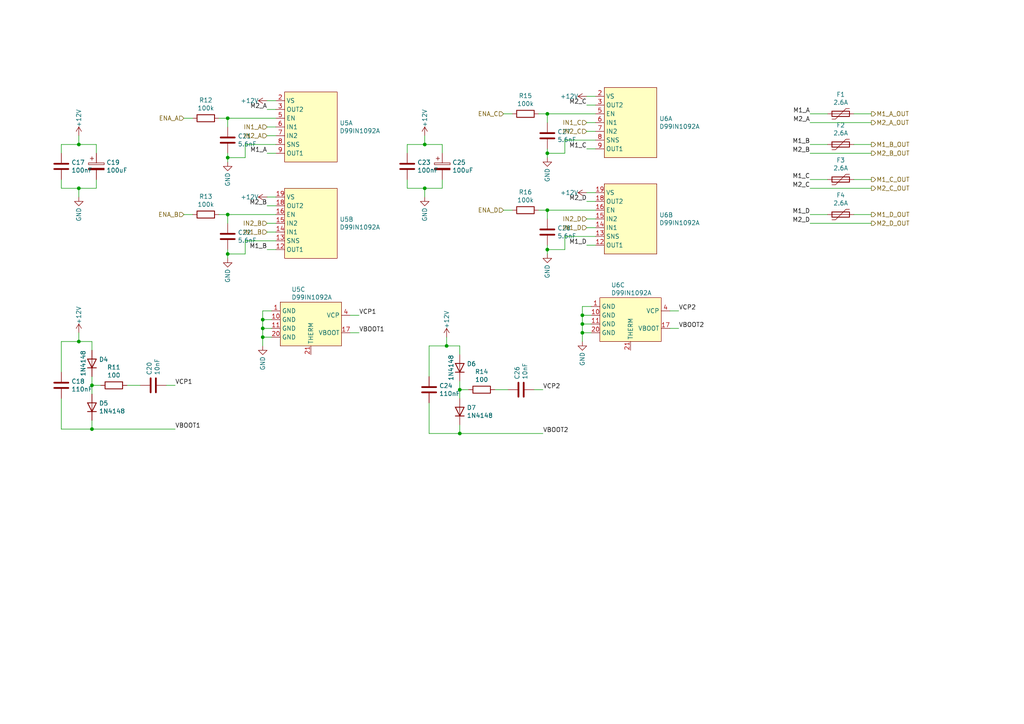
<source format=kicad_sch>
(kicad_sch (version 20200618) (host eeschema "5.99.0-unknown-19b7755~101~ubuntu20.04.1")
  (page 1 5)
  (paper "A4")
  (title_block (title "BOTTOMFEEDER") (date "2020-05-02") (rev "A") (company "UCF EECS Senior Design; Spring/Summer 2020") (comment 1 "Tyler Rose") (comment 2 "Sarah Reim") (comment 3 "T Davis") (comment 4 "John Cope"))
  (lib_symbols
    (symbol "Device:C" (pin_numbers hide) (pin_names (offset 0.254))
      (property "Reference" "C" (at 0.635 2.54 0))
      (property "Value" "C" (at 0.635 -2.54 0))
      (symbol "C_0_1"
        (polyline (pts (xy -2.032 -0.762) (xy 2.032 -0.762)) (stroke (width 0.508)))
        (polyline (pts (xy -2.032 0.762) (xy 2.032 0.762)) (stroke (width 0.508)))
      )
      (symbol "C_1_1"
        (pin passive line (at 0 3.81 270) (length 2.794) (name "~") (number "1"))
        (pin passive line (at 0 -3.81 90) (length 2.794) (name "~") (number "2"))
      )
    )
    (symbol "Device:CP" (pin_numbers hide) (pin_names (offset 0.254))
      (property "Reference" "C" (at 0.635 2.54 0))
      (property "Value" "CP" (at 0.635 -2.54 0))
      (symbol "CP_0_1"
        (rectangle (start -2.286 0.508) (end 2.286 1.016))
        (rectangle (start 2.286 -0.508) (end -2.286 -1.016) (fill (type outline)))
        (polyline (pts (xy -1.778 2.286) (xy -0.762 2.286)))
        (polyline (pts (xy -1.27 2.794) (xy -1.27 1.778)))
      )
      (symbol "CP_1_1"
        (pin passive line (at 0 3.81 270) (length 2.794) (name "~") (number "1"))
        (pin passive line (at 0 -3.81 90) (length 2.794) (name "~") (number "2"))
      )
    )
    (symbol "Device:D" (pin_numbers hide) (pin_names hide)
      (property "Reference" "D" (at 0 2.54 0))
      (property "Value" "D" (at 0 -2.54 0))
      (symbol "D_0_1"
        (polyline (pts (xy -1.27 1.27) (xy -1.27 -1.27)) (stroke (width 0.254)))
        (polyline (pts (xy 1.27 0) (xy -1.27 0)))
        (polyline (pts (xy 1.27 1.27) (xy 1.27 -1.27) (xy -1.27 0) (xy 1.27 1.27)) (stroke (width 0.254)))
      )
      (symbol "D_1_1"
        (pin passive line (at -3.81 0 0) (length 2.54) (name "K") (number "1"))
        (pin passive line (at 3.81 0 180) (length 2.54) (name "A") (number "2"))
      )
    )
    (symbol "Device:Polyfuse" (pin_numbers hide) (pin_names (offset 0))
      (property "Reference" "F" (at -2.54 0 90))
      (property "Value" "Polyfuse" (at 2.54 0 90))
      (symbol "Polyfuse_0_1"
        (rectangle (start -0.762 2.54) (end 0.762 -2.54) (stroke (width 0.254)))
        (polyline (pts (xy 0 2.54) (xy 0 -2.54)))
        (polyline (pts (xy -1.524 2.54) (xy -1.524 1.524) (xy 1.524 -1.524) (xy 1.524 -2.54)))
      )
      (symbol "Polyfuse_1_1"
        (pin passive line (at 0 3.81 270) (length 1.27) (name "~") (number "1"))
        (pin passive line (at 0 -3.81 90) (length 1.27) (name "~") (number "2"))
      )
    )
    (symbol "Device:R" (pin_numbers hide) (pin_names (offset 0))
      (property "Reference" "R" (at 2.032 0 90))
      (property "Value" "R" (at 0 0 90))
      (symbol "R_0_1"
        (rectangle (start -1.016 -2.54) (end 1.016 2.54) (stroke (width 0.254)))
      )
      (symbol "R_1_1"
        (pin passive line (at 0 3.81 270) (length 1.27) (name "~") (number "1"))
        (pin passive line (at 0 -3.81 90) (length 1.27) (name "~") (number "2"))
      )
    )
    (symbol "JBC_STM:D99IN1092A"
      (property "Reference" "U" (at 0 10.16 0))
      (property "Value" "D99IN1092A" (at 0 7.62 0))
      (symbol "D99IN1092A_1_1"
        (rectangle (start -7.62 10.16) (end 7.62 -10.16) (fill (type background)))
        (pin power_in line (at -10.16 7.62 0) (length 2.54) (name "VS") (number "2"))
        (pin power_out line (at -10.16 5.08 0) (length 2.54) (name "OUT2") (number "3"))
        (pin input line (at -10.16 2.54 0) (length 2.54) (name "EN") (number "5"))
        (pin input line (at -10.16 0 0) (length 2.54) (name "IN1") (number "6"))
        (pin input line (at -10.16 -2.54 0) (length 2.54) (name "IN2") (number "7"))
        (pin input line (at -10.16 -5.08 0) (length 2.54) (name "SNS") (number "8"))
        (pin power_out line (at -10.16 -7.62 0) (length 2.54) (name "OUT1") (number "9"))
      )
      (symbol "D99IN1092A_2_1"
        (rectangle (start -7.62 10.16) (end 7.62 -10.16) (fill (type background)))
        (pin power_out line (at -10.16 -7.62 0) (length 2.54) (name "OUT1") (number "12"))
        (pin input line (at -10.16 -5.08 0) (length 2.54) (name "SNS") (number "13"))
        (pin input line (at -10.16 -2.54 0) (length 2.54) (name "IN1") (number "14"))
        (pin input line (at -10.16 0 0) (length 2.54) (name "IN2") (number "15"))
        (pin input line (at -10.16 2.54 0) (length 2.54) (name "EN") (number "16"))
        (pin power_out line (at -10.16 5.08 0) (length 2.54) (name "OUT2") (number "18"))
        (pin power_in line (at -10.16 7.62 0) (length 2.54) (name "VS") (number "19"))
      )
      (symbol "D99IN1092A_3_1"
        (rectangle (start -8.89 6.35) (end 8.89 -6.35) (fill (type background)))
        (pin power_in line (at -11.43 3.81 0) (length 2.54) (name "GND") (number "1"))
        (pin power_in line (at -11.43 1.27 0) (length 2.54) (name "GND") (number "10"))
        (pin power_in line (at -11.43 -1.27 0) (length 2.54) (name "GND") (number "11"))
        (pin power_in line (at 11.43 -2.54 180) (length 2.54) (name "VBOOT") (number "17"))
        (pin power_in line (at -11.43 -3.81 0) (length 2.54) (name "GND") (number "20"))
        (pin passive line (at 0 -8.89 90) (length 2.54) (name "THERM") (number "21"))
        (pin power_in line (at 11.43 2.54 180) (length 2.54) (name "VCP") (number "4"))
      )
    )
    (symbol "JBC_STM:D99IN1092A_1"
      (property "Reference" "U" (at 0 13.97 0))
      (property "Value" "D99IN1092A" (at 0 11.43 0))
      (symbol "D99IN1092A_1_1_1"
        (rectangle (start -7.62 10.16) (end 7.62 -10.16) (stroke (width 0.1524)) (fill (type background)))
        (pin power_in line (at -10.16 7.62 0) (length 2.54) (name "VS") (number "2"))
        (pin power_out line (at -10.16 5.08 0) (length 2.54) (name "OUT2") (number "3"))
        (pin input line (at -10.16 2.54 0) (length 2.54) (name "EN") (number "5"))
        (pin input line (at -10.16 0 0) (length 2.54) (name "IN1") (number "6"))
        (pin input line (at -10.16 -2.54 0) (length 2.54) (name "IN2") (number "7"))
        (pin input line (at -10.16 -5.08 0) (length 2.54) (name "SNS") (number "8"))
        (pin power_out line (at -10.16 -7.62 0) (length 2.54) (name "OUT1") (number "9"))
      )
      (symbol "D99IN1092A_1_2_1"
        (rectangle (start -7.62 10.16) (end 7.62 -10.16) (stroke (width 0.1524)) (fill (type background)))
        (pin power_out line (at -10.16 -7.62 0) (length 2.54) (name "OUT1") (number "12"))
        (pin input line (at -10.16 -5.08 0) (length 2.54) (name "SNS") (number "13"))
        (pin input line (at -10.16 -2.54 0) (length 2.54) (name "IN1") (number "14"))
        (pin input line (at -10.16 0 0) (length 2.54) (name "IN2") (number "15"))
        (pin input line (at -10.16 2.54 0) (length 2.54) (name "EN") (number "16"))
        (pin power_out line (at -10.16 5.08 0) (length 2.54) (name "OUT2") (number "18"))
        (pin power_in line (at -10.16 7.62 0) (length 2.54) (name "VS") (number "19"))
      )
      (symbol "D99IN1092A_1_3_1"
        (rectangle (start -8.89 6.35) (end 8.89 -6.35) (stroke (width 0.1524)) (fill (type background)))
        (pin power_in line (at -11.43 3.81 0) (length 2.54) (name "GND") (number "1"))
        (pin power_in line (at -11.43 1.27 0) (length 2.54) (name "GND") (number "10"))
        (pin power_in line (at -11.43 -1.27 0) (length 2.54) (name "GND") (number "11"))
        (pin power_in line (at 11.43 -2.54 180) (length 2.54) (name "VBOOT") (number "17"))
        (pin power_in line (at -11.43 -3.81 0) (length 2.54) (name "GND") (number "20"))
        (pin passive line (at 0 -8.89 90) (length 2.54) (name "THERM") (number "21"))
        (pin power_in line (at 11.43 2.54 180) (length 2.54) (name "VCP") (number "4"))
      )
    )
    (symbol "JBC_STM:D99IN1092A_2"
      (property "Reference" "U" (at 0 13.97 0))
      (property "Value" "D99IN1092A" (at 0 11.43 0))
      (symbol "D99IN1092A_2_1_1"
        (rectangle (start -7.62 10.16) (end 7.62 -10.16) (stroke (width 0.1524)) (fill (type background)))
        (pin power_in line (at -10.16 7.62 0) (length 2.54) (name "VS") (number "2"))
        (pin power_out line (at -10.16 5.08 0) (length 2.54) (name "OUT2") (number "3"))
        (pin input line (at -10.16 2.54 0) (length 2.54) (name "EN") (number "5"))
        (pin input line (at -10.16 0 0) (length 2.54) (name "IN1") (number "6"))
        (pin input line (at -10.16 -2.54 0) (length 2.54) (name "IN2") (number "7"))
        (pin input line (at -10.16 -5.08 0) (length 2.54) (name "SNS") (number "8"))
        (pin power_out line (at -10.16 -7.62 0) (length 2.54) (name "OUT1") (number "9"))
      )
      (symbol "D99IN1092A_2_2_1"
        (rectangle (start -7.62 10.16) (end 7.62 -10.16) (stroke (width 0.1524)) (fill (type background)))
        (pin power_out line (at -10.16 -7.62 0) (length 2.54) (name "OUT1") (number "12"))
        (pin input line (at -10.16 -5.08 0) (length 2.54) (name "SNS") (number "13"))
        (pin input line (at -10.16 -2.54 0) (length 2.54) (name "IN1") (number "14"))
        (pin input line (at -10.16 0 0) (length 2.54) (name "IN2") (number "15"))
        (pin input line (at -10.16 2.54 0) (length 2.54) (name "EN") (number "16"))
        (pin power_out line (at -10.16 5.08 0) (length 2.54) (name "OUT2") (number "18"))
        (pin power_in line (at -10.16 7.62 0) (length 2.54) (name "VS") (number "19"))
      )
      (symbol "D99IN1092A_2_3_1"
        (rectangle (start -8.89 6.35) (end 8.89 -6.35) (stroke (width 0.1524)) (fill (type background)))
        (pin power_in line (at -11.43 3.81 0) (length 2.54) (name "GND") (number "1"))
        (pin power_in line (at -11.43 1.27 0) (length 2.54) (name "GND") (number "10"))
        (pin power_in line (at -11.43 -1.27 0) (length 2.54) (name "GND") (number "11"))
        (pin power_in line (at 11.43 -2.54 180) (length 2.54) (name "VBOOT") (number "17"))
        (pin power_in line (at -11.43 -3.81 0) (length 2.54) (name "GND") (number "20"))
        (pin passive line (at 0 -8.89 90) (length 2.54) (name "THERM") (number "21"))
        (pin power_in line (at 11.43 2.54 180) (length 2.54) (name "VCP") (number "4"))
      )
    )
    (symbol "power:+12V" (power) (pin_names (offset 0))
      (property "Value" "+12V" (at 0 3.556 0))
      (symbol "+12V_0_1"
        (polyline (pts (xy -0.762 1.27) (xy 0 2.54)))
        (polyline (pts (xy 0 0) (xy 0 2.54)))
        (polyline (pts (xy 0 2.54) (xy 0.762 1.27)))
      )
      (symbol "+12V_1_1"
        (pin power_in line (at 0 0 90) (length 0) hide (name "+12V") (number "1"))
      )
    )
    (symbol "power:GND" (power) (pin_names (offset 0))
      (property "Value" "GND" (at 0 -3.81 0))
      (symbol "GND_0_1"
        (polyline (pts (xy 0 0) (xy 0 -1.27) (xy 1.27 -1.27) (xy 0 -2.54) (xy -1.27 -1.27) (xy 0 -1.27)))
      )
      (symbol "GND_1_1"
        (pin power_in line (at 0 0 270) (length 0) hide (name "GND") (number "1"))
      )
    )
  )
  (junction (at 22.86 41.91))
  (junction (at 22.86 54.61))
  (junction (at 22.86 99.06))
  (junction (at 26.67 111.76))
  (junction (at 26.67 124.46))
  (junction (at 66.04 34.29))
  (junction (at 66.04 45.72))
  (junction (at 66.04 62.23))
  (junction (at 66.04 73.66))
  (junction (at 76.2 92.71))
  (junction (at 76.2 95.25))
  (junction (at 76.2 97.79))
  (junction (at 123.19 41.91))
  (junction (at 123.19 54.61))
  (junction (at 129.54 100.33))
  (junction (at 133.35 113.03))
  (junction (at 133.35 125.73))
  (junction (at 158.75 33.02))
  (junction (at 158.75 44.45))
  (junction (at 158.75 60.96))
  (junction (at 158.75 72.39))
  (junction (at 168.91 91.44))
  (junction (at 168.91 93.98))
  (junction (at 168.91 96.52))
  (wire (pts (xy 17.78 41.91) (xy 17.78 44.45)))
  (wire (pts (xy 17.78 52.07) (xy 17.78 54.61)))
  (wire (pts (xy 17.78 99.06) (xy 17.78 107.95)))
  (wire (pts (xy 17.78 115.57) (xy 17.78 124.46)))
  (wire (pts (xy 17.78 124.46) (xy 26.67 124.46)))
  (wire (pts (xy 22.86 39.37) (xy 22.86 41.91)))
  (wire (pts (xy 22.86 41.91) (xy 17.78 41.91)))
  (wire (pts (xy 22.86 54.61) (xy 17.78 54.61)))
  (wire (pts (xy 22.86 54.61) (xy 27.94 54.61)))
  (wire (pts (xy 22.86 57.15) (xy 22.86 54.61)))
  (wire (pts (xy 22.86 96.52) (xy 22.86 99.06)))
  (wire (pts (xy 22.86 99.06) (xy 17.78 99.06)))
  (wire (pts (xy 22.86 99.06) (xy 26.67 99.06)))
  (wire (pts (xy 26.67 99.06) (xy 26.67 101.6)))
  (wire (pts (xy 26.67 109.22) (xy 26.67 111.76)))
  (wire (pts (xy 26.67 111.76) (xy 26.67 114.3)))
  (wire (pts (xy 26.67 111.76) (xy 29.21 111.76)))
  (wire (pts (xy 26.67 121.92) (xy 26.67 124.46)))
  (wire (pts (xy 26.67 124.46) (xy 50.8 124.46)))
  (wire (pts (xy 27.94 41.91) (xy 22.86 41.91)))
  (wire (pts (xy 27.94 44.45) (xy 27.94 41.91)))
  (wire (pts (xy 27.94 54.61) (xy 27.94 52.07)))
  (wire (pts (xy 36.83 111.76) (xy 40.64 111.76)))
  (wire (pts (xy 48.26 111.76) (xy 50.8 111.76)))
  (wire (pts (xy 53.34 34.29) (xy 55.88 34.29)))
  (wire (pts (xy 53.34 62.23) (xy 55.88 62.23)))
  (wire (pts (xy 63.5 34.29) (xy 66.04 34.29)))
  (wire (pts (xy 66.04 34.29) (xy 66.04 36.83)))
  (wire (pts (xy 66.04 34.29) (xy 80.01 34.29)))
  (wire (pts (xy 66.04 44.45) (xy 66.04 45.72)))
  (wire (pts (xy 66.04 45.72) (xy 66.04 46.99)))
  (wire (pts (xy 66.04 62.23) (xy 63.5 62.23)))
  (wire (pts (xy 66.04 62.23) (xy 80.01 62.23)))
  (wire (pts (xy 66.04 64.77) (xy 66.04 62.23)))
  (wire (pts (xy 66.04 72.39) (xy 66.04 73.66)))
  (wire (pts (xy 66.04 73.66) (xy 66.04 74.93)))
  (wire (pts (xy 71.12 41.91) (xy 71.12 45.72)))
  (wire (pts (xy 71.12 41.91) (xy 80.01 41.91)))
  (wire (pts (xy 71.12 45.72) (xy 66.04 45.72)))
  (wire (pts (xy 71.12 69.85) (xy 71.12 73.66)))
  (wire (pts (xy 71.12 69.85) (xy 80.01 69.85)))
  (wire (pts (xy 71.12 73.66) (xy 66.04 73.66)))
  (wire (pts (xy 76.2 90.17) (xy 78.74 90.17)))
  (wire (pts (xy 76.2 92.71) (xy 76.2 90.17)))
  (wire (pts (xy 76.2 92.71) (xy 78.74 92.71)))
  (wire (pts (xy 76.2 95.25) (xy 76.2 92.71)))
  (wire (pts (xy 76.2 95.25) (xy 78.74 95.25)))
  (wire (pts (xy 76.2 97.79) (xy 76.2 95.25)))
  (wire (pts (xy 76.2 97.79) (xy 78.74 97.79)))
  (wire (pts (xy 76.2 100.33) (xy 76.2 97.79)))
  (wire (pts (xy 77.47 29.21) (xy 80.01 29.21)))
  (wire (pts (xy 77.47 31.75) (xy 80.01 31.75)))
  (wire (pts (xy 77.47 36.83) (xy 80.01 36.83)))
  (wire (pts (xy 77.47 39.37) (xy 80.01 39.37)))
  (wire (pts (xy 77.47 44.45) (xy 80.01 44.45)))
  (wire (pts (xy 77.47 57.15) (xy 80.01 57.15)))
  (wire (pts (xy 77.47 59.69) (xy 80.01 59.69)))
  (wire (pts (xy 77.47 64.77) (xy 80.01 64.77)))
  (wire (pts (xy 77.47 67.31) (xy 80.01 67.31)))
  (wire (pts (xy 77.47 72.39) (xy 80.01 72.39)))
  (wire (pts (xy 101.6 91.44) (xy 104.14 91.44)))
  (wire (pts (xy 101.6 96.52) (xy 104.14 96.52)))
  (wire (pts (xy 118.11 41.91) (xy 118.11 44.45)))
  (wire (pts (xy 118.11 52.07) (xy 118.11 54.61)))
  (wire (pts (xy 123.19 39.37) (xy 123.19 41.91)))
  (wire (pts (xy 123.19 41.91) (xy 118.11 41.91)))
  (wire (pts (xy 123.19 54.61) (xy 118.11 54.61)))
  (wire (pts (xy 123.19 54.61) (xy 128.27 54.61)))
  (wire (pts (xy 123.19 57.15) (xy 123.19 54.61)))
  (wire (pts (xy 124.46 100.33) (xy 124.46 109.22)))
  (wire (pts (xy 124.46 116.84) (xy 124.46 125.73)))
  (wire (pts (xy 124.46 125.73) (xy 133.35 125.73)))
  (wire (pts (xy 128.27 41.91) (xy 123.19 41.91)))
  (wire (pts (xy 128.27 44.45) (xy 128.27 41.91)))
  (wire (pts (xy 128.27 54.61) (xy 128.27 52.07)))
  (wire (pts (xy 129.54 97.79) (xy 129.54 100.33)))
  (wire (pts (xy 129.54 100.33) (xy 124.46 100.33)))
  (wire (pts (xy 129.54 100.33) (xy 133.35 100.33)))
  (wire (pts (xy 133.35 100.33) (xy 133.35 102.87)))
  (wire (pts (xy 133.35 110.49) (xy 133.35 113.03)))
  (wire (pts (xy 133.35 113.03) (xy 133.35 115.57)))
  (wire (pts (xy 133.35 113.03) (xy 135.89 113.03)))
  (wire (pts (xy 133.35 123.19) (xy 133.35 125.73)))
  (wire (pts (xy 133.35 125.73) (xy 157.48 125.73)))
  (wire (pts (xy 143.51 113.03) (xy 147.32 113.03)))
  (wire (pts (xy 146.05 33.02) (xy 148.59 33.02)))
  (wire (pts (xy 146.05 60.96) (xy 148.59 60.96)))
  (wire (pts (xy 154.94 113.03) (xy 157.48 113.03)))
  (wire (pts (xy 156.21 33.02) (xy 158.75 33.02)))
  (wire (pts (xy 158.75 33.02) (xy 158.75 35.56)))
  (wire (pts (xy 158.75 33.02) (xy 172.72 33.02)))
  (wire (pts (xy 158.75 43.18) (xy 158.75 44.45)))
  (wire (pts (xy 158.75 44.45) (xy 158.75 45.72)))
  (wire (pts (xy 158.75 60.96) (xy 156.21 60.96)))
  (wire (pts (xy 158.75 60.96) (xy 172.72 60.96)))
  (wire (pts (xy 158.75 63.5) (xy 158.75 60.96)))
  (wire (pts (xy 158.75 71.12) (xy 158.75 72.39)))
  (wire (pts (xy 158.75 72.39) (xy 158.75 73.66)))
  (wire (pts (xy 163.83 40.64) (xy 163.83 44.45)))
  (wire (pts (xy 163.83 40.64) (xy 172.72 40.64)))
  (wire (pts (xy 163.83 44.45) (xy 158.75 44.45)))
  (wire (pts (xy 163.83 68.58) (xy 163.83 72.39)))
  (wire (pts (xy 163.83 68.58) (xy 172.72 68.58)))
  (wire (pts (xy 163.83 72.39) (xy 158.75 72.39)))
  (wire (pts (xy 168.91 88.9) (xy 171.45 88.9)))
  (wire (pts (xy 168.91 91.44) (xy 168.91 88.9)))
  (wire (pts (xy 168.91 91.44) (xy 171.45 91.44)))
  (wire (pts (xy 168.91 93.98) (xy 168.91 91.44)))
  (wire (pts (xy 168.91 93.98) (xy 171.45 93.98)))
  (wire (pts (xy 168.91 96.52) (xy 168.91 93.98)))
  (wire (pts (xy 168.91 96.52) (xy 171.45 96.52)))
  (wire (pts (xy 168.91 99.06) (xy 168.91 96.52)))
  (wire (pts (xy 170.18 27.94) (xy 172.72 27.94)))
  (wire (pts (xy 170.18 30.48) (xy 172.72 30.48)))
  (wire (pts (xy 170.18 35.56) (xy 172.72 35.56)))
  (wire (pts (xy 170.18 38.1) (xy 172.72 38.1)))
  (wire (pts (xy 170.18 43.18) (xy 172.72 43.18)))
  (wire (pts (xy 170.18 55.88) (xy 172.72 55.88)))
  (wire (pts (xy 170.18 58.42) (xy 172.72 58.42)))
  (wire (pts (xy 170.18 63.5) (xy 172.72 63.5)))
  (wire (pts (xy 170.18 66.04) (xy 172.72 66.04)))
  (wire (pts (xy 170.18 71.12) (xy 172.72 71.12)))
  (wire (pts (xy 194.31 90.17) (xy 196.85 90.17)))
  (wire (pts (xy 194.31 95.25) (xy 196.85 95.25)))
  (wire (pts (xy 234.95 33.02) (xy 240.03 33.02)))
  (wire (pts (xy 234.95 35.56) (xy 252.73 35.56)))
  (wire (pts (xy 234.95 41.91) (xy 240.03 41.91)))
  (wire (pts (xy 234.95 44.45) (xy 252.73 44.45)))
  (wire (pts (xy 234.95 52.07) (xy 240.03 52.07)))
  (wire (pts (xy 234.95 54.61) (xy 252.73 54.61)))
  (wire (pts (xy 234.95 62.23) (xy 240.03 62.23)))
  (wire (pts (xy 234.95 64.77) (xy 252.73 64.77)))
  (wire (pts (xy 247.65 33.02) (xy 252.73 33.02)))
  (wire (pts (xy 247.65 41.91) (xy 252.73 41.91)))
  (wire (pts (xy 247.65 52.07) (xy 252.73 52.07)))
  (wire (pts (xy 247.65 62.23) (xy 252.73 62.23)))
  (label "VCP1" (at 50.8 111.76 0))
  (label "VBOOT1" (at 50.8 124.46 0))
  (label "M2_A" (at 77.47 31.75 180))
  (label "M1_A" (at 77.47 44.45 180))
  (label "M2_B" (at 77.47 59.69 180))
  (label "M1_B" (at 77.47 72.39 180))
  (label "VCP1" (at 104.14 91.44 0))
  (label "VBOOT1" (at 104.14 96.52 0))
  (label "VCP2" (at 157.48 113.03 0))
  (label "VBOOT2" (at 157.48 125.73 0))
  (label "M2_C" (at 170.18 30.48 180))
  (label "M1_C" (at 170.18 43.18 180))
  (label "M2_D" (at 170.18 58.42 180))
  (label "M1_D" (at 170.18 71.12 180))
  (label "VCP2" (at 196.85 90.17 0))
  (label "VBOOT2" (at 196.85 95.25 0))
  (label "M1_A" (at 234.95 33.02 180))
  (label "M2_A" (at 234.95 35.56 180))
  (label "M1_B" (at 234.95 41.91 180))
  (label "M2_B" (at 234.95 44.45 180))
  (label "M1_C" (at 234.95 52.07 180))
  (label "M2_C" (at 234.95 54.61 180))
  (label "M1_D" (at 234.95 62.23 180))
  (label "M2_D" (at 234.95 64.77 180))
  (hierarchical_label "ENA_A" (shape input) (at 53.34 34.29 180))
  (hierarchical_label "ENA_B" (shape input) (at 53.34 62.23 180))
  (hierarchical_label "IN1_A" (shape input) (at 77.47 36.83 180))
  (hierarchical_label "IN2_A" (shape input) (at 77.47 39.37 180))
  (hierarchical_label "IN2_B" (shape input) (at 77.47 64.77 180))
  (hierarchical_label "IN1_B" (shape input) (at 77.47 67.31 180))
  (hierarchical_label "ENA_C" (shape input) (at 146.05 33.02 180))
  (hierarchical_label "ENA_D" (shape input) (at 146.05 60.96 180))
  (hierarchical_label "IN1_C" (shape input) (at 170.18 35.56 180))
  (hierarchical_label "IN2_C" (shape input) (at 170.18 38.1 180))
  (hierarchical_label "IN2_D" (shape input) (at 170.18 63.5 180))
  (hierarchical_label "IN1_D" (shape input) (at 170.18 66.04 180))
  (hierarchical_label "M1_A_OUT" (shape output) (at 252.73 33.02 0))
  (hierarchical_label "M2_A_OUT" (shape output) (at 252.73 35.56 0))
  (hierarchical_label "M1_B_OUT" (shape output) (at 252.73 41.91 0))
  (hierarchical_label "M2_B_OUT" (shape output) (at 252.73 44.45 0))
  (hierarchical_label "M1_C_OUT" (shape output) (at 252.73 52.07 0))
  (hierarchical_label "M2_C_OUT" (shape output) (at 252.73 54.61 0))
  (hierarchical_label "M1_D_OUT" (shape output) (at 252.73 62.23 0))
  (hierarchical_label "M2_D_OUT" (shape output) (at 252.73 64.77 0))
  (symbol (lib_id "power:+12V") (at 22.86 39.37 0) (mirror y) (unit 1)
    (property "Reference" "#PWR047" (effects hide))
    (property "Value" "+12V" (at 22.86 34.29 90))
  )
  (symbol (lib_id "power:+12V") (at 22.86 96.52 0) (mirror y) (unit 1)
    (property "Reference" "#PWR049" (effects hide))
    (property "Value" "+12V" (at 22.86 91.44 90))
  )
  (symbol (lib_id "power:+12V") (at 77.47 29.21 90) (mirror x) (unit 1)
    (property "Reference" "#PWR053" (effects hide))
    (property "Value" "+12V" (at 72.39 29.21 90))
  )
  (symbol (lib_id "power:+12V") (at 77.47 57.15 90) (mirror x) (unit 1)
    (property "Reference" "#PWR054" (effects hide))
    (property "Value" "+12V" (at 72.39 57.15 90))
  )
  (symbol (lib_id "power:+12V") (at 123.19 39.37 0) (mirror y) (unit 1)
    (property "Reference" "#PWR055" (effects hide))
    (property "Value" "+12V" (at 123.19 34.29 90))
  )
  (symbol (lib_id "power:+12V") (at 129.54 97.79 0) (mirror y) (unit 1)
    (property "Reference" "#PWR057" (effects hide))
    (property "Value" "+12V" (at 129.54 92.71 90))
  )
  (symbol (lib_id "power:+12V") (at 170.18 27.94 90) (mirror x) (unit 1)
    (property "Reference" "#PWR061" (effects hide))
    (property "Value" "+12V" (at 165.1 27.94 90))
  )
  (symbol (lib_id "power:+12V") (at 170.18 55.88 90) (mirror x) (unit 1)
    (property "Reference" "#PWR062" (effects hide))
    (property "Value" "+12V" (at 165.1 55.88 90))
  )
  (symbol (lib_id "power:GND") (at 22.86 57.15 0) (unit 1)
    (property "Reference" "#PWR048" (effects hide))
    (property "Value" "GND" (at 22.86 62.23 90))
  )
  (symbol (lib_id "power:GND") (at 66.04 46.99 0) (unit 1)
    (property "Reference" "#PWR050" (effects hide))
    (property "Value" "GND" (at 66.04 52.07 90))
  )
  (symbol (lib_id "power:GND") (at 66.04 74.93 0) (unit 1)
    (property "Reference" "#PWR051" (effects hide))
    (property "Value" "GND" (at 66.04 80.01 90))
  )
  (symbol (lib_id "power:GND") (at 76.2 100.33 0) (unit 1)
    (property "Reference" "#PWR052" (effects hide))
    (property "Value" "GND" (at 76.2 105.41 90))
  )
  (symbol (lib_id "power:GND") (at 123.19 57.15 0) (unit 1)
    (property "Reference" "#PWR056" (effects hide))
    (property "Value" "GND" (at 123.19 62.23 90))
  )
  (symbol (lib_id "power:GND") (at 158.75 45.72 0) (unit 1)
    (property "Reference" "#PWR058" (effects hide))
    (property "Value" "GND" (at 158.75 50.8 90))
  )
  (symbol (lib_id "power:GND") (at 158.75 73.66 0) (unit 1)
    (property "Reference" "#PWR059" (effects hide))
    (property "Value" "GND" (at 158.75 78.74 90))
  )
  (symbol (lib_id "power:GND") (at 168.91 99.06 0) (unit 1)
    (property "Reference" "#PWR060" (effects hide))
    (property "Value" "GND" (at 168.91 104.14 90))
  )
  (symbol (lib_id "Device:R") (at 33.02 111.76 90) (unit 1)
    (property "Reference" "R11" (at 33.02 106.528 90))
    (property "Value" "100" (at 33.02 108.839 90))
    (property "Footprint" "Resistor_SMD:R_0603_1608Metric" (effects hide))
  )
  (symbol (lib_id "Device:R") (at 59.69 34.29 90) (unit 1)
    (property "Reference" "R12" (at 59.69 29.058 90))
    (property "Value" "100k" (at 59.69 31.369 90))
    (property "Footprint" "Resistor_SMD:R_0603_1608Metric" (effects hide))
  )
  (symbol (lib_id "Device:R") (at 59.69 62.23 90) (unit 1)
    (property "Reference" "R13" (at 59.69 56.998 90))
    (property "Value" "100k" (at 59.69 59.309 90))
    (property "Footprint" "Resistor_SMD:R_0603_1608Metric" (effects hide))
  )
  (symbol (lib_id "Device:R") (at 139.7 113.03 90) (unit 1)
    (property "Reference" "R14" (at 139.7 107.798 90))
    (property "Value" "100" (at 139.7 110.109 90))
    (property "Footprint" "Resistor_SMD:R_0603_1608Metric" (effects hide))
  )
  (symbol (lib_id "Device:R") (at 152.4 33.02 90) (unit 1)
    (property "Reference" "R15" (at 152.4 27.788 90))
    (property "Value" "100k" (at 152.4 30.099 90))
    (property "Footprint" "Resistor_SMD:R_0603_1608Metric" (effects hide))
  )
  (symbol (lib_id "Device:R") (at 152.4 60.96 90) (unit 1)
    (property "Reference" "R16" (at 152.4 55.728 90))
    (property "Value" "100k" (at 152.4 58.039 90))
    (property "Footprint" "Resistor_SMD:R_0603_1608Metric" (effects hide))
  )
  (symbol (lib_id "Device:D") (at 26.67 105.41 90) (unit 1)
    (property "Reference" "D4" (at 28.702 104.267 90) (effects (justify right)))
    (property "Value" "1N4148" (at 24.13 101.6 0) (effects (justify right)))
    (property "Footprint" "JBC_diodes:D_SOD-80" (effects hide))
  )
  (symbol (lib_id "Device:D") (at 26.67 118.11 90) (unit 1)
    (property "Reference" "D5" (at 28.702 116.967 90) (effects (justify right)))
    (property "Value" "1N4148" (at 28.702 119.253 90) (effects (justify right)))
    (property "Footprint" "JBC_diodes:D_SOD-80" (effects hide))
  )
  (symbol (lib_id "Device:D") (at 133.35 106.68 90) (unit 1)
    (property "Reference" "D6" (at 135.382 105.537 90) (effects (justify right)))
    (property "Value" "1N4148" (at 130.81 102.87 0) (effects (justify right)))
    (property "Footprint" "JBC_diodes:D_SOD-80" (effects hide))
  )
  (symbol (lib_id "Device:D") (at 133.35 119.38 90) (unit 1)
    (property "Reference" "D7" (at 135.382 118.237 90) (effects (justify right)))
    (property "Value" "1N4148" (at 135.382 120.523 90) (effects (justify right)))
    (property "Footprint" "JBC_diodes:D_SOD-80" (effects hide))
  )
  (symbol (lib_id "Device:Polyfuse") (at 243.84 33.02 90) (unit 1)
    (property "Reference" "F1" (at 243.84 27.4066 90))
    (property "Value" "2.6A" (at 243.84 29.718 90))
    (property "Footprint" "Fuse:Fuse_1812_4532Metric_Castellated" (effects hide))
    (property "Field4" "0ZCG0260FF2C " (effects hide))
  )
  (symbol (lib_id "Device:Polyfuse") (at 243.84 41.91 90) (unit 1)
    (property "Reference" "F2" (at 243.84 36.2966 90))
    (property "Value" "2.6A" (at 243.84 38.608 90))
    (property "Footprint" "Fuse:Fuse_1812_4532Metric_Castellated" (effects hide))
    (property "Field4" "0ZCG0260FF2C " (effects hide))
  )
  (symbol (lib_id "Device:Polyfuse") (at 243.84 52.07 90) (unit 1)
    (property "Reference" "F3" (at 243.84 46.4566 90))
    (property "Value" "2.6A" (at 243.84 48.768 90))
    (property "Footprint" "Fuse:Fuse_1812_4532Metric_Castellated" (effects hide))
    (property "Field4" "0ZCG0260FF2C " (effects hide))
  )
  (symbol (lib_id "Device:Polyfuse") (at 243.84 62.23 90) (unit 1)
    (property "Reference" "F4" (at 243.84 56.6166 90))
    (property "Value" "2.6A" (at 243.84 58.928 90))
    (property "Footprint" "Fuse:Fuse_1812_4532Metric_Castellated" (effects hide))
    (property "Field4" "0ZCG0260FF2C " (effects hide))
  )
  (symbol (lib_id "Device:C") (at 17.78 48.26 0) (unit 1)
    (property "Reference" "C17" (at 20.701 47.117 0) (effects (justify left)))
    (property "Value" "100nF" (at 20.701 49.403 0) (effects (justify left)))
    (property "Footprint" "Capacitor_SMD:C_0603_1608Metric" (effects hide))
  )
  (symbol (lib_id "Device:C") (at 17.78 111.76 0) (unit 1)
    (property "Reference" "C18" (at 20.701 110.617 0) (effects (justify left)))
    (property "Value" "110nF" (at 20.701 112.903 0) (effects (justify left)))
    (property "Footprint" "Capacitor_SMD:C_0603_1608Metric" (effects hide))
  )
  (symbol (lib_id "Device:CP") (at 27.94 48.26 0) (unit 1)
    (property "Reference" "C19" (at 30.861 47.117 0) (effects (justify left)))
    (property "Value" "100uF" (at 30.861 49.403 0) (effects (justify left)))
    (property "Footprint" "Capacitor_SMD:CP_Elec_8x5.4" (effects hide))
  )
  (symbol (lib_id "Device:C") (at 44.45 111.76 90) (unit 1)
    (property "Reference" "C20" (at 43.307 108.839 0) (effects (justify left)))
    (property "Value" "10nF" (at 45.593 108.839 0) (effects (justify left)))
    (property "Footprint" "Capacitor_SMD:C_0603_1608Metric" (effects hide))
  )
  (symbol (lib_id "Device:C") (at 66.04 40.64 0) (unit 1)
    (property "Reference" "C21" (at 68.961 39.497 0) (effects (justify left)))
    (property "Value" "5.6nF" (at 68.961 41.783 0) (effects (justify left)))
    (property "Footprint" "Capacitor_SMD:C_0603_1608Metric" (effects hide))
  )
  (symbol (lib_id "Device:C") (at 66.04 68.58 0) (unit 1)
    (property "Reference" "C22" (at 68.961 67.437 0) (effects (justify left)))
    (property "Value" "5.6nF" (at 68.961 69.723 0) (effects (justify left)))
    (property "Footprint" "Capacitor_SMD:C_0603_1608Metric" (effects hide))
  )
  (symbol (lib_id "Device:C") (at 118.11 48.26 0) (unit 1)
    (property "Reference" "C23" (at 121.031 47.117 0) (effects (justify left)))
    (property "Value" "100nF" (at 121.031 49.403 0) (effects (justify left)))
    (property "Footprint" "Capacitor_SMD:C_0603_1608Metric" (effects hide))
  )
  (symbol (lib_id "Device:C") (at 124.46 113.03 0) (unit 1)
    (property "Reference" "C24" (at 127.381 111.887 0) (effects (justify left)))
    (property "Value" "110nF" (at 127.381 114.173 0) (effects (justify left)))
    (property "Footprint" "Capacitor_SMD:C_0603_1608Metric" (effects hide))
  )
  (symbol (lib_id "Device:CP") (at 128.27 48.26 0) (unit 1)
    (property "Reference" "C25" (at 131.191 47.117 0) (effects (justify left)))
    (property "Value" "100uF" (at 131.191 49.403 0) (effects (justify left)))
    (property "Footprint" "Capacitor_SMD:CP_Elec_8x5.4" (effects hide))
  )
  (symbol (lib_id "Device:C") (at 151.13 113.03 90) (unit 1)
    (property "Reference" "C26" (at 149.987 110.109 0) (effects (justify left)))
    (property "Value" "10nF" (at 152.273 110.109 0) (effects (justify left)))
    (property "Footprint" "Capacitor_SMD:C_0603_1608Metric" (effects hide))
  )
  (symbol (lib_id "Device:C") (at 158.75 39.37 0) (unit 1)
    (property "Reference" "C27" (at 161.671 38.227 0) (effects (justify left)))
    (property "Value" "5.6nF" (at 161.671 40.513 0) (effects (justify left)))
    (property "Footprint" "Capacitor_SMD:C_0603_1608Metric" (effects hide))
  )
  (symbol (lib_id "Device:C") (at 158.75 67.31 0) (unit 1)
    (property "Reference" "C28" (at 161.671 66.167 0) (effects (justify left)))
    (property "Value" "5.6nF" (at 161.671 68.453 0) (effects (justify left)))
    (property "Footprint" "Capacitor_SMD:C_0603_1608Metric" (effects hide))
  )
  (symbol (lib_id "JBC_STM:D99IN1092A") (at 90.17 36.83 0) (unit 1)
    (property "Reference" "U5" (at 98.501 35.687 0) (effects (justify left)))
    (property "Value" "D99IN1092A" (at 98.5012 37.973 0) (effects (justify left)))
    (property "Footprint" "Package_SO:HSOP-20-1EP_11.0x15.9mm_P1.27mm_SlugDown_ThermalVias" (effects hide))
  )
  (symbol (lib_id "JBC_STM:D99IN1092A") (at 182.88 35.56 0) (unit 1)
    (property "Reference" "U6" (at 191.211 34.417 0) (effects (justify left)))
    (property "Value" "D99IN1092A" (at 191.2112 36.703 0) (effects (justify left)))
    (property "Footprint" "Package_SO:HSOP-20-1EP_11.0x15.9mm_P1.27mm_SlugDown_ThermalVias" (effects hide))
  )
  (symbol (lib_name "JBC_STM:D99IN1092A_2") (lib_id "JBC_STM:D99IN1092A") (at 90.17 93.98 0) (unit 3)
    (property "Reference" "U5" (at 84.531 83.947 0) (effects (justify left)))
    (property "Value" "D99IN1092A" (at 84.5312 86.233 0) (effects (justify left)))
    (property "Footprint" "Package_SO:HSOP-20-1EP_11.0x15.9mm_P1.27mm_SlugDown_ThermalVias" (effects hide))
  )
  (symbol (lib_name "JBC_STM:D99IN1092A_2") (lib_id "JBC_STM:D99IN1092A") (at 182.88 92.71 0) (unit 3)
    (property "Reference" "U6" (at 177.241 82.677 0) (effects (justify left)))
    (property "Value" "D99IN1092A" (at 177.2412 84.963 0) (effects (justify left)))
    (property "Footprint" "Package_SO:HSOP-20-1EP_11.0x15.9mm_P1.27mm_SlugDown_ThermalVias" (effects hide))
  )
  (symbol (lib_name "JBC_STM:D99IN1092A_1") (lib_id "JBC_STM:D99IN1092A") (at 90.17 64.77 0) (unit 2)
    (property "Reference" "U5" (at 98.501 63.627 0) (effects (justify left)))
    (property "Value" "D99IN1092A" (at 98.5012 65.913 0) (effects (justify left)))
    (property "Footprint" "Package_SO:HSOP-20-1EP_11.0x15.9mm_P1.27mm_SlugDown_ThermalVias" (effects hide))
  )
  (symbol (lib_name "JBC_STM:D99IN1092A_1") (lib_id "JBC_STM:D99IN1092A") (at 182.88 63.5 0) (unit 2)
    (property "Reference" "U6" (at 191.211 62.357 0) (effects (justify left)))
    (property "Value" "D99IN1092A" (at 191.2112 64.643 0) (effects (justify left)))
    (property "Footprint" "Package_SO:HSOP-20-1EP_11.0x15.9mm_P1.27mm_SlugDown_ThermalVias" (effects hide))
  )
)
</source>
